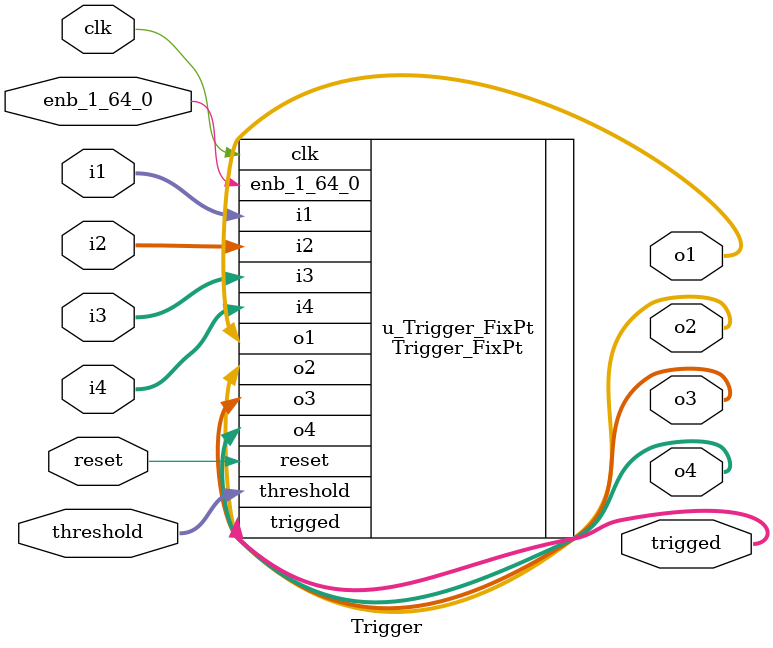
<source format=v>



`timescale 10 ns / 10 ns

module Trigger
          (clk,
           reset,
           enb_1_64_0,
           i1,
           i2,
           i3,
           i4,
           threshold,
           o1,
           o2,
           o3,
           o4,
           trigged);


  input   clk;
  input   reset;
  input   enb_1_64_0;
  input   signed [17:0] i1;  // sfix18_En17
  input   signed [17:0] i2;  // sfix18_En17
  input   signed [17:0] i3;  // sfix18_En17
  input   signed [17:0] i4;  // sfix18_En17
  input   [15:0] threshold;  // ufix16_En16
  output  signed [17:0] o1;  // sfix18_En17
  output  signed [17:0] o2;  // sfix18_En17
  output  signed [17:0] o3;  // sfix18_En17
  output  signed [17:0] o4;  // sfix18_En17
  output  [7:0] trigged;  // uint8



  // This variant subsystem was automatically generated by the Fixed-Point Tool to convert a MATLAB function block to 
  // fixed-point.The variant subsystem contains two blocks:
  // 1. Trigger is the original code from the MATLAB function block. Modify this block to update your code or resolve 
  // errors
  // 
  // 2. Trigger_FixPt is the generated fixed-point code for the MATLAB function block. Any modifications to this block 
  // will be overwritten on the next conversion.
  // 
  // The Fixed-Point Tool will select an appropriate variant based on the Model Settings. Learn more.. 


  Trigger_FixPt u_Trigger_FixPt (.clk(clk),
                                 .reset(reset),
                                 .enb_1_64_0(enb_1_64_0),
                                 .i1(i1),  // sfix18_En17
                                 .i2(i2),  // sfix18_En17
                                 .i3(i3),  // sfix18_En17
                                 .i4(i4),  // sfix18_En17
                                 .threshold(threshold),  // ufix16_En16
                                 .o1(o1),  // sfix18_En17
                                 .o2(o2),  // sfix18_En17
                                 .o3(o3),  // sfix18_En17
                                 .o4(o4),  // sfix18_En17
                                 .trigged(trigged)  // uint8
                                 );

endmodule  // Trigger


</source>
